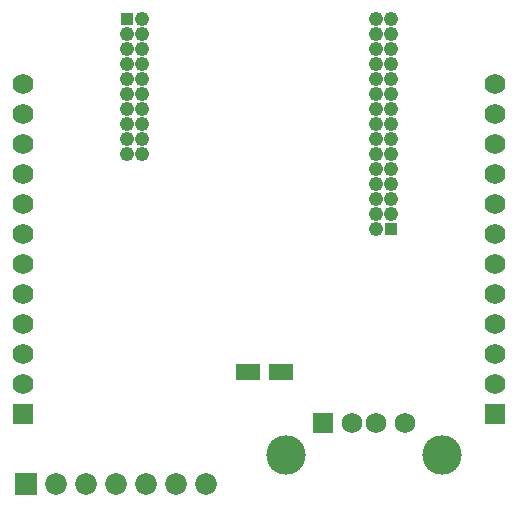
<source format=gbr>
G04 DipTrace 2.4.0.2*
%INTopMask.gbr*%
%MOIN*%
%ADD36C,0.0488*%
%ADD37R,0.0449X0.0449*%
%ADD39C,0.0724*%
%ADD41R,0.0724X0.0724*%
%ADD43C,0.1315*%
%ADD45C,0.0685*%
%ADD47R,0.0685X0.0685*%
%ADD49C,0.0693*%
%ADD51R,0.0693X0.0693*%
%ADD53R,0.0843X0.0528*%
%FSLAX44Y44*%
G04*
G70*
G90*
G75*
G01*
%LNTopMask*%
%LPD*%
D53*
X13545Y8811D3*
X12443D3*
D51*
X4921Y7386D3*
D49*
Y8386D3*
Y9386D3*
Y10386D3*
Y11386D3*
Y12386D3*
Y13386D3*
Y14386D3*
Y15386D3*
Y16386D3*
Y17386D3*
Y18386D3*
D51*
X20669Y7386D3*
D49*
Y8386D3*
Y9386D3*
Y10386D3*
Y11386D3*
Y12386D3*
Y13386D3*
Y14386D3*
Y15386D3*
Y16386D3*
Y17386D3*
Y18386D3*
D47*
X14917Y7099D3*
D45*
X15902D3*
X16689D3*
X17673D3*
D43*
X13709Y6036D3*
X18882D3*
D41*
X5045Y5061D3*
D39*
X6045D3*
X7045D3*
X8045D3*
X9045D3*
X10045D3*
X11045D3*
D37*
X17185Y13561D3*
D36*
Y14061D3*
Y14561D3*
Y15061D3*
Y15561D3*
Y16061D3*
Y16561D3*
Y17061D3*
Y17561D3*
Y18061D3*
Y18561D3*
Y19061D3*
Y19561D3*
Y20061D3*
Y20561D3*
X16685Y13561D3*
Y14061D3*
Y14561D3*
Y15061D3*
Y15561D3*
Y16061D3*
Y16561D3*
Y17061D3*
Y17561D3*
Y18061D3*
Y18561D3*
Y19061D3*
Y19561D3*
Y20061D3*
Y20561D3*
X8906Y16069D3*
Y16569D3*
Y17069D3*
Y17569D3*
Y18069D3*
Y18569D3*
Y19069D3*
Y19569D3*
Y20069D3*
Y20569D3*
X8406Y16069D3*
Y16569D3*
Y17069D3*
Y17569D3*
Y18069D3*
Y18569D3*
Y19069D3*
Y19569D3*
Y20069D3*
D37*
Y20569D3*
M02*

</source>
